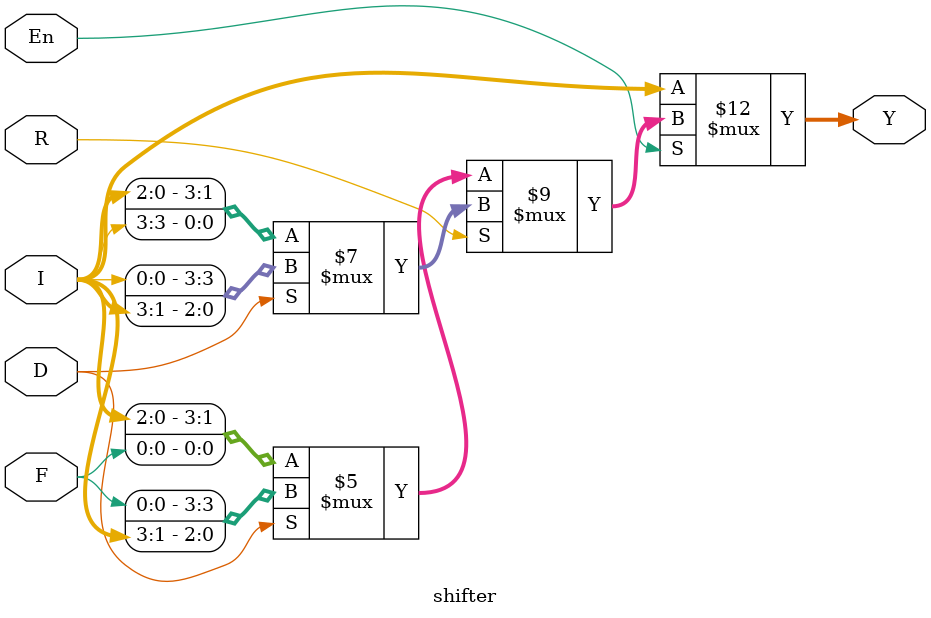
<source format=v>
`timescale 1ns / 1ps


module shifter (
    input [3:0] I,
    input D,
    input R,
    input F,
    input En,
    output reg [3:0] Y
);

always @ (I, En)
begin
    if (En == 0)
        Y <= I;
    else begin
        if (R == 0)
            Y <= (D == 0) ? {I[2:0], F} : {F, I[3:1]};
        else
            Y <= (D == 0) ? {I[2:0], I[3]} : {I[0], I[3:1]};
    end
end
endmodule

</source>
